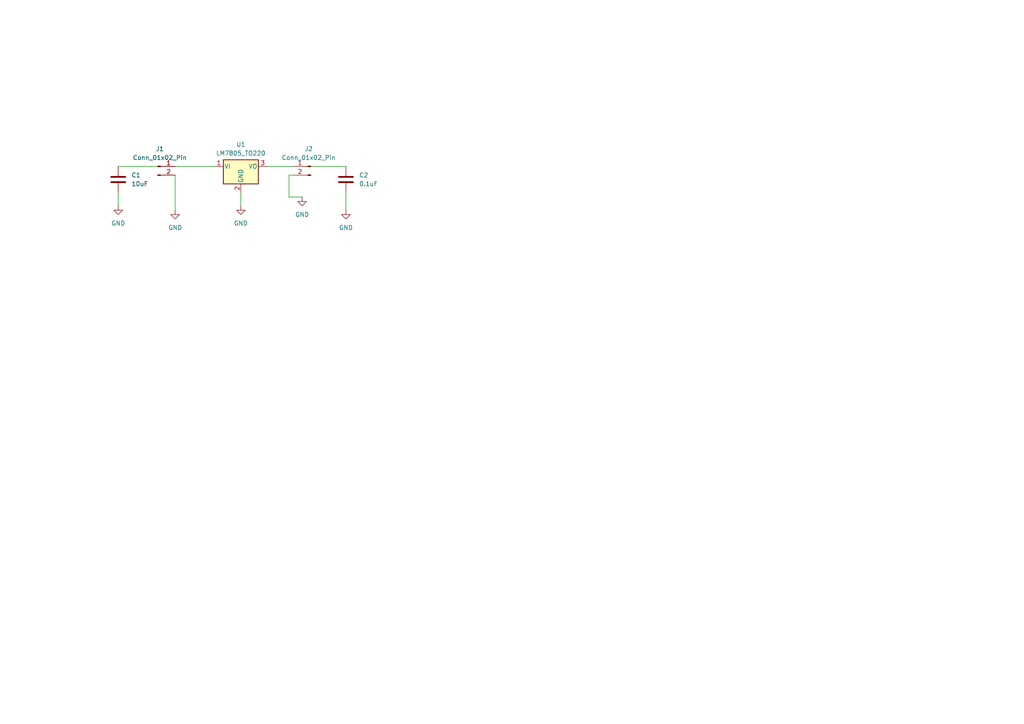
<source format=kicad_sch>
(kicad_sch (version 20250114) (generator "eeschema") (generator_version "9.0")
  (paper "A4")
  (lib_symbols
    (symbol "Connector:Conn_01x02_Pin" (pin_names (offset 1.016) (hide yes))
      (property "Reference" "J" (at 0 2.54 0))
      (property "Value" "Conn_01x02_Pin" (at 0 -5.08 0))
      (symbol "Conn_01x02_Pin_1_1"
        (rectangle (start 0.8636 0.127) (end 0 -0.127) (stroke (width 0.1524)) (fill (type outline)))
        (rectangle (start 0.8636 -2.413) (end 0 -2.667) (stroke (width 0.1524)) (fill (type outline)))
        (polyline (pts (xy 1.27 0) (xy 0.8636 0)) (stroke (width 0.1524)))
        (polyline (pts (xy 1.27 -2.54) (xy 0.8636 -2.54)) (stroke (width 0.1524)))
        (pin passive line (at 5.08 0 180) (length 3.81) (name "Pin_1") (number "1"))
        (pin passive line (at 5.08 -2.54 180) (length 3.81) (name "Pin_2") (number "2"))
      )
    )
    (symbol "Device:C" (pin_numbers (hide yes)) (pin_names (offset 0.254))
      (property "Reference" "C" (at 0.635 2.54 0))
      (property "Value" "C" (at 0.635 -2.54 0))
      (symbol "C_0_1"
        (polyline (pts (xy -2.032 0.762) (xy 2.032 0.762)) (stroke (width 0.508)))
        (polyline (pts (xy -2.032 -0.762) (xy 2.032 -0.762)) (stroke (width 0.508)))
      )
      (symbol "C_1_1"
        (pin passive line (at 0 3.81 270) (length 2.794) (name "~") (number "1"))
        (pin passive line (at 0 -3.81 90) (length 2.794) (name "~") (number "2"))
      )
    )
    (symbol "Regulator_Linear:LM7805_TO220" (pin_names (offset 0.254))
      (property "Reference" "U" (at -3.81 3.175 0))
      (property "Value" "LM7805_TO220" (at 0 3.175 0))
      (symbol "LM7805_TO220_0_1"
        (rectangle (start -5.08 1.905) (end 5.08 -5.08) (stroke (width 0.254)) (fill (type background)))
      )
      (symbol "LM7805_TO220_1_1"
        (pin power_in line (at -7.62 0 0) (length 2.54) (name "VI") (number "1"))
        (pin power_in line (at 0 -7.62 90) (length 2.54) (name "GND") (number "2"))
        (pin power_out line (at 7.62 0 180) (length 2.54) (name "VO") (number "3"))
      )
    )
    (symbol "power:GND" (power) (pin_numbers (hide yes)) (pin_names (offset 0) (hide yes))
      (property "Value" "GND" (at 0 -3.81 0))
      (symbol "GND_0_1"
        (polyline (pts (xy 0 0) (xy 0 -1.27) (xy 1.27 -1.27) (xy 0 -2.54) (xy -1.27 -1.27) (xy 0 -1.27)))
      )
      (symbol "GND_1_1"
        (pin power_in line (at 0 0 270) (length 0) (name "~") (number "1"))
      )
    )
  )
  (wire (pts (xy 83.82 57.15) (xy 83.82 50.8)))
  (wire (pts (xy 87.63 57.15) (xy 83.82 57.15)))
  (wire (pts (xy 77.47 48.26) (xy 85.09 48.26)))
  (wire (pts (xy 83.82 50.8) (xy 85.09 50.8)))
  (wire (pts (xy 45.72 48.26) (xy 34.29 48.26)))
  (wire (pts (xy 69.85 55.88) (xy 69.85 59.69)))
  (wire (pts (xy 34.29 55.88) (xy 34.29 59.69)))
  (wire (pts (xy 50.8 48.26) (xy 62.23 48.26)))
  (wire (pts (xy 90.17 48.26) (xy 100.33 48.26)))
  (wire (pts (xy 50.8 50.8) (xy 50.8 60.96)))
  (wire (pts (xy 100.33 55.88) (xy 100.33 60.96)))
  (symbol (lib_id "Device:C") (at 34.29 52.07 0) (unit 1)
    (property "Reference" "C1" (at 38.1 50.7999 0) (effects (justify left)))
    (property "Value" "10uF" (at 38.1 53.3399 0) (effects (justify left)))
    (property "Footprint" "Capacitor_THT:CP_Radial_D5.0mm_P2.50mm" (effects (hide yes)))
    (property "Description" "Unpolarized capacitor" (effects (hide yes)))
  )
  (symbol (lib_id "Regulator_Linear:LM7805_TO220") (at 69.85 48.26 0) (unit 1)
    (property "Reference" "U1" (at 69.85 41.91 0))
    (property "Value" "LM7805_TO220" (at 69.85 44.45 0))
    (property "Footprint" "Package_TO_SOT_THT:TO-220-3_Vertical" (effects (hide yes)))
    (property "Datasheet" "https://www.onsemi.cn/PowerSolutions/document/MC7800-D.PDF" (effects (hide yes)))
    (property "Description" "Positive 1A 35V Linear Regulator, Fixed Output 5V, TO-220" (effects (hide yes)))
  )
  (symbol (lib_id "power:GND") (at 100.33 60.96 0) (unit 1)
    (property "Reference" "#PWR03" (effects (hide yes)))
    (property "Value" "GND" (at 100.33 66.04 0))
    (property "Description" "Power symbol creates a global label with name \"GND\" , ground" (effects (hide yes)))
  )
  (symbol (lib_id "power:GND") (at 50.8 60.96 0) (unit 1)
    (property "Reference" "#PWR04" (effects (hide yes)))
    (property "Value" "GND" (at 50.8 66.04 0))
    (property "Description" "Power symbol creates a global label with name \"GND\" , ground" (effects (hide yes)))
  )
  (symbol (lib_id "Connector:Conn_01x02_Pin") (at 90.17 48.26 0) (mirror y) (unit 1)
    (property "Reference" "J2" (at 89.535 43.18 0))
    (property "Value" "Conn_01x02_Pin" (at 89.535 45.72 0))
    (property "Footprint" "Connector_PinHeader_2.54mm:PinHeader_1x02_P2.54mm_Vertical" (effects (hide yes)))
    (property "Description" "Generic connector, single row, 01x02, script generated" (effects (hide yes)))
  )
  (symbol (lib_id "power:GND") (at 69.85 59.69 0) (unit 1)
    (property "Reference" "#PWR01" (effects (hide yes)))
    (property "Value" "GND" (at 69.85 64.77 0))
    (property "Description" "Power symbol creates a global label with name \"GND\" , ground" (effects (hide yes)))
  )
  (symbol (lib_id "power:GND") (at 87.63 57.15 0) (mirror y) (unit 1)
    (property "Reference" "#PWR05" (effects (hide yes)))
    (property "Value" "GND" (at 87.63 62.23 0))
    (property "Description" "Power symbol creates a global label with name \"GND\" , ground" (effects (hide yes)))
  )
  (symbol (lib_id "power:GND") (at 34.29 59.69 0) (unit 1)
    (property "Reference" "#PWR02" (effects (hide yes)))
    (property "Value" "GND" (at 34.29 64.77 0))
    (property "Description" "Power symbol creates a global label with name \"GND\" , ground" (effects (hide yes)))
  )
  (symbol (lib_id "Device:C") (at 100.33 52.07 0) (unit 1)
    (property "Reference" "C2" (at 104.14 50.7999 0) (effects (justify left)))
    (property "Value" "0.1uF" (at 104.14 53.3399 0) (effects (justify left)))
    (property "Footprint" "Capacitor_THT:C_Disc_D3.0mm_W1.6mm_P2.50mm" (effects (hide yes)))
    (property "Description" "Unpolarized capacitor" (effects (hide yes)))
  )
  (symbol (lib_id "Connector:Conn_01x02_Pin") (at 45.72 48.26 0) (unit 1)
    (property "Reference" "J1" (at 46.355 43.18 0))
    (property "Value" "Conn_01x02_Pin" (at 46.355 45.72 0))
    (property "Footprint" "Connector_PinHeader_2.54mm:PinHeader_1x02_P2.54mm_Vertical" (effects (hide yes)))
    (property "Description" "Generic connector, single row, 01x02, script generated" (effects (hide yes)))
  )
)
</source>
